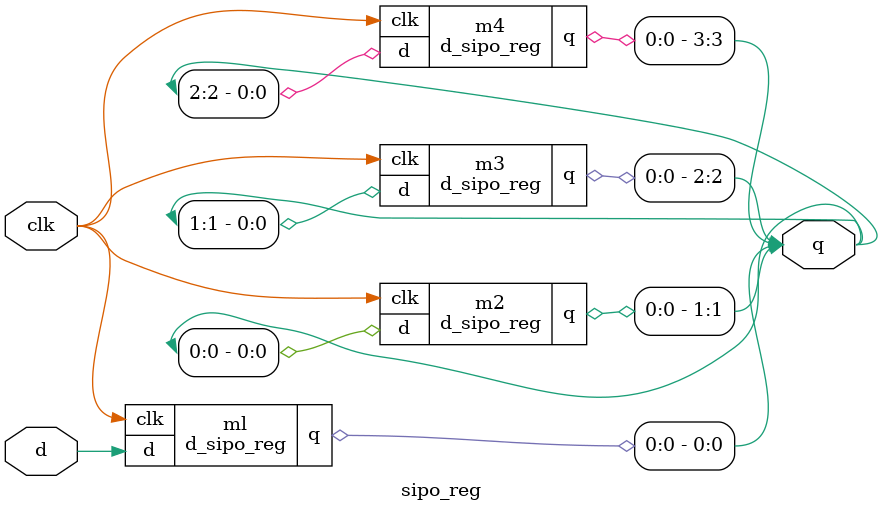
<source format=sv>
module d_sipo_reg(q, clk, d); 
  output reg q = 1'b0;
  input wire clk, d;
  always @(posedge clk) begin
    q <= d;
  end
endmodule
module sipo_reg(q, clk, d);
  input wire clk, d;
  output reg [3:0] q;
  d_sipo_reg ml(q[0], clk, d);
  d_sipo_reg m2(q[1], clk, q[0]);
  d_sipo_reg m3(q[2], clk, q[1]);
  d_sipo_reg m4(q[3], clk, q[2]);
endmodule



</source>
